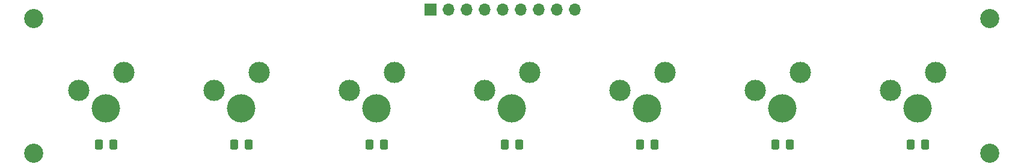
<source format=gbr>
%TF.GenerationSoftware,KiCad,Pcbnew,(5.1.9)-1*%
%TF.CreationDate,2021-05-15T10:40:31-04:00*%
%TF.ProjectId,LowerBar,4c6f7765-7242-4617-922e-6b696361645f,rev?*%
%TF.SameCoordinates,Original*%
%TF.FileFunction,Soldermask,Top*%
%TF.FilePolarity,Negative*%
%FSLAX46Y46*%
G04 Gerber Fmt 4.6, Leading zero omitted, Abs format (unit mm)*
G04 Created by KiCad (PCBNEW (5.1.9)-1) date 2021-05-15 10:40:31*
%MOMM*%
%LPD*%
G01*
G04 APERTURE LIST*
%ADD10O,1.700000X1.700000*%
%ADD11R,1.700000X1.700000*%
%ADD12C,2.700000*%
%ADD13C,3.000000*%
%ADD14C,4.000000*%
G04 APERTURE END LIST*
D10*
%TO.C,J2*%
X193040000Y-55880000D03*
X190500000Y-55880000D03*
X187960000Y-55880000D03*
X185420000Y-55880000D03*
X182880000Y-55880000D03*
X180340000Y-55880000D03*
X177800000Y-55880000D03*
X175260000Y-55880000D03*
D11*
X172720000Y-55880000D03*
%TD*%
%TO.C,D36*%
G36*
G01*
X241750000Y-75380001D02*
X241750000Y-74479999D01*
G75*
G02*
X241999999Y-74230000I249999J0D01*
G01*
X242650001Y-74230000D01*
G75*
G02*
X242900000Y-74479999I0J-249999D01*
G01*
X242900000Y-75380001D01*
G75*
G02*
X242650001Y-75630000I-249999J0D01*
G01*
X241999999Y-75630000D01*
G75*
G02*
X241750000Y-75380001I0J249999D01*
G01*
G37*
G36*
G01*
X239700000Y-75380001D02*
X239700000Y-74479999D01*
G75*
G02*
X239949999Y-74230000I249999J0D01*
G01*
X240600001Y-74230000D01*
G75*
G02*
X240850000Y-74479999I0J-249999D01*
G01*
X240850000Y-75380001D01*
G75*
G02*
X240600001Y-75630000I-249999J0D01*
G01*
X239949999Y-75630000D01*
G75*
G02*
X239700000Y-75380001I0J249999D01*
G01*
G37*
%TD*%
%TO.C,D35*%
G36*
G01*
X222700000Y-75380001D02*
X222700000Y-74479999D01*
G75*
G02*
X222949999Y-74230000I249999J0D01*
G01*
X223600001Y-74230000D01*
G75*
G02*
X223850000Y-74479999I0J-249999D01*
G01*
X223850000Y-75380001D01*
G75*
G02*
X223600001Y-75630000I-249999J0D01*
G01*
X222949999Y-75630000D01*
G75*
G02*
X222700000Y-75380001I0J249999D01*
G01*
G37*
G36*
G01*
X220650000Y-75380001D02*
X220650000Y-74479999D01*
G75*
G02*
X220899999Y-74230000I249999J0D01*
G01*
X221550001Y-74230000D01*
G75*
G02*
X221800000Y-74479999I0J-249999D01*
G01*
X221800000Y-75380001D01*
G75*
G02*
X221550001Y-75630000I-249999J0D01*
G01*
X220899999Y-75630000D01*
G75*
G02*
X220650000Y-75380001I0J249999D01*
G01*
G37*
%TD*%
%TO.C,D34*%
G36*
G01*
X203650000Y-75380001D02*
X203650000Y-74479999D01*
G75*
G02*
X203899999Y-74230000I249999J0D01*
G01*
X204550001Y-74230000D01*
G75*
G02*
X204800000Y-74479999I0J-249999D01*
G01*
X204800000Y-75380001D01*
G75*
G02*
X204550001Y-75630000I-249999J0D01*
G01*
X203899999Y-75630000D01*
G75*
G02*
X203650000Y-75380001I0J249999D01*
G01*
G37*
G36*
G01*
X201600000Y-75380001D02*
X201600000Y-74479999D01*
G75*
G02*
X201849999Y-74230000I249999J0D01*
G01*
X202500001Y-74230000D01*
G75*
G02*
X202750000Y-74479999I0J-249999D01*
G01*
X202750000Y-75380001D01*
G75*
G02*
X202500001Y-75630000I-249999J0D01*
G01*
X201849999Y-75630000D01*
G75*
G02*
X201600000Y-75380001I0J249999D01*
G01*
G37*
%TD*%
%TO.C,D33*%
G36*
G01*
X184600000Y-75380001D02*
X184600000Y-74479999D01*
G75*
G02*
X184849999Y-74230000I249999J0D01*
G01*
X185500001Y-74230000D01*
G75*
G02*
X185750000Y-74479999I0J-249999D01*
G01*
X185750000Y-75380001D01*
G75*
G02*
X185500001Y-75630000I-249999J0D01*
G01*
X184849999Y-75630000D01*
G75*
G02*
X184600000Y-75380001I0J249999D01*
G01*
G37*
G36*
G01*
X182550000Y-75380001D02*
X182550000Y-74479999D01*
G75*
G02*
X182799999Y-74230000I249999J0D01*
G01*
X183450001Y-74230000D01*
G75*
G02*
X183700000Y-74479999I0J-249999D01*
G01*
X183700000Y-75380001D01*
G75*
G02*
X183450001Y-75630000I-249999J0D01*
G01*
X182799999Y-75630000D01*
G75*
G02*
X182550000Y-75380001I0J249999D01*
G01*
G37*
%TD*%
%TO.C,D32*%
G36*
G01*
X165550000Y-75380001D02*
X165550000Y-74479999D01*
G75*
G02*
X165799999Y-74230000I249999J0D01*
G01*
X166450001Y-74230000D01*
G75*
G02*
X166700000Y-74479999I0J-249999D01*
G01*
X166700000Y-75380001D01*
G75*
G02*
X166450001Y-75630000I-249999J0D01*
G01*
X165799999Y-75630000D01*
G75*
G02*
X165550000Y-75380001I0J249999D01*
G01*
G37*
G36*
G01*
X163500000Y-75380001D02*
X163500000Y-74479999D01*
G75*
G02*
X163749999Y-74230000I249999J0D01*
G01*
X164400001Y-74230000D01*
G75*
G02*
X164650000Y-74479999I0J-249999D01*
G01*
X164650000Y-75380001D01*
G75*
G02*
X164400001Y-75630000I-249999J0D01*
G01*
X163749999Y-75630000D01*
G75*
G02*
X163500000Y-75380001I0J249999D01*
G01*
G37*
%TD*%
%TO.C,D31*%
G36*
G01*
X146500000Y-75380001D02*
X146500000Y-74479999D01*
G75*
G02*
X146749999Y-74230000I249999J0D01*
G01*
X147400001Y-74230000D01*
G75*
G02*
X147650000Y-74479999I0J-249999D01*
G01*
X147650000Y-75380001D01*
G75*
G02*
X147400001Y-75630000I-249999J0D01*
G01*
X146749999Y-75630000D01*
G75*
G02*
X146500000Y-75380001I0J249999D01*
G01*
G37*
G36*
G01*
X144450000Y-75380001D02*
X144450000Y-74479999D01*
G75*
G02*
X144699999Y-74230000I249999J0D01*
G01*
X145350001Y-74230000D01*
G75*
G02*
X145600000Y-74479999I0J-249999D01*
G01*
X145600000Y-75380001D01*
G75*
G02*
X145350001Y-75630000I-249999J0D01*
G01*
X144699999Y-75630000D01*
G75*
G02*
X144450000Y-75380001I0J249999D01*
G01*
G37*
%TD*%
%TO.C,D30*%
G36*
G01*
X127450000Y-75380001D02*
X127450000Y-74479999D01*
G75*
G02*
X127699999Y-74230000I249999J0D01*
G01*
X128350001Y-74230000D01*
G75*
G02*
X128600000Y-74479999I0J-249999D01*
G01*
X128600000Y-75380001D01*
G75*
G02*
X128350001Y-75630000I-249999J0D01*
G01*
X127699999Y-75630000D01*
G75*
G02*
X127450000Y-75380001I0J249999D01*
G01*
G37*
G36*
G01*
X125400000Y-75380001D02*
X125400000Y-74479999D01*
G75*
G02*
X125649999Y-74230000I249999J0D01*
G01*
X126300001Y-74230000D01*
G75*
G02*
X126550000Y-74479999I0J-249999D01*
G01*
X126550000Y-75380001D01*
G75*
G02*
X126300001Y-75630000I-249999J0D01*
G01*
X125649999Y-75630000D01*
G75*
G02*
X125400000Y-75380001I0J249999D01*
G01*
G37*
%TD*%
D12*
%TO.C,MP3*%
X251460000Y-76200000D03*
%TD*%
%TO.C,MP4*%
X251460000Y-57150000D03*
%TD*%
%TO.C,MP1*%
X116840000Y-57150000D03*
%TD*%
%TO.C,MP2*%
X116840000Y-76200000D03*
%TD*%
D13*
%TO.C,SW1*%
X129540000Y-64770000D03*
X123190000Y-67310000D03*
D14*
X127000000Y-69850000D03*
%TD*%
%TO.C,SW2*%
X146050000Y-69850000D03*
D13*
X142240000Y-67310000D03*
X148590000Y-64770000D03*
%TD*%
%TO.C,SW3*%
X167640000Y-64770000D03*
X161290000Y-67310000D03*
D14*
X165100000Y-69850000D03*
%TD*%
%TO.C,SW4*%
X184150000Y-69850000D03*
D13*
X180340000Y-67310000D03*
X186690000Y-64770000D03*
%TD*%
%TO.C,SW5*%
X205740000Y-64770000D03*
X199390000Y-67310000D03*
D14*
X203200000Y-69850000D03*
%TD*%
%TO.C,SW6*%
X222250000Y-69850000D03*
D13*
X218440000Y-67310000D03*
X224790000Y-64770000D03*
%TD*%
%TO.C,SW7*%
X243840000Y-64770000D03*
X237490000Y-67310000D03*
D14*
X241300000Y-69850000D03*
%TD*%
M02*

</source>
